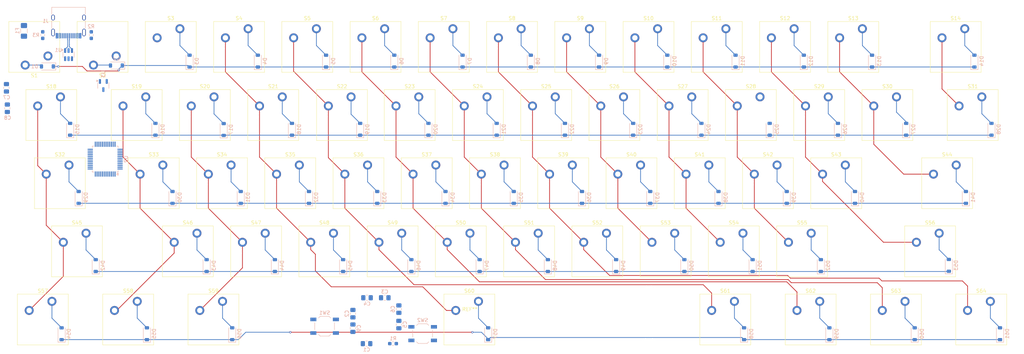
<source format=kicad_pcb>
(kicad_pcb (version 20240108) (generator "pcbnew") (generator_version "8.0")
  (layers (0 "F.Cu" signal) (31 "B.Cu" signal) (34 "B.Paste" user) (35 "F.Paste" user) (36 "B.SilkS" user "B.Silkscreen") (37 "F.SilkS" user "F.Silkscreen") (38 "B.Mask" user) (39 "F.Mask" user) (44 "Edge.Cuts" user))
  (net 0 "")
  (net 1 "+3.3V")
  (net 2 "GND")
  (net 3 "+5V")
  (net 4 "/NRST")
  (net 5 "A0")
  (net 6 "Net-(D1-A)")
  (net 7 "Net-(D2-A)")
  (net 8 "Net-(D3-A)")
  (net 9 "Net-(D4-A)")
  (net 10 "Net-(D5-A)")
  (net 11 "Net-(D6-A)")
  (net 12 "Net-(D7-A)")
  (net 13 "Net-(D8-A)")
  (net 14 "Net-(D9-A)")
  (net 15 "Net-(D10-A)")
  (net 16 "Net-(D11-A)")
  (net 17 "Net-(D12-A)")
  (net 18 "Net-(D13-A)")
  (net 19 "Net-(D14-A)")
  (net 20 "A1")
  (net 21 "Net-(D15-A)")
  (net 22 "Net-(D16-A)")
  (net 23 "Net-(D17-A)")
  (net 24 "Net-(D18-A)")
  (net 25 "Net-(D19-A)")
  (net 26 "Net-(D20-A)")
  (net 27 "Net-(D21-A)")
  (net 28 "Net-(D22-A)")
  (net 29 "Net-(D23-A)")
  (net 30 "Net-(D24-A)")
  (net 31 "Net-(D25-A)")
  (net 32 "Net-(D26-A)")
  (net 33 "Net-(D27-A)")
  (net 34 "Net-(D28-A)")
  (net 35 "A2")
  (net 36 "Net-(D29-A)")
  (net 37 "Net-(D30-A)")
  (net 38 "Net-(D31-A)")
  (net 39 "Net-(D32-A)")
  (net 40 "Net-(D33-A)")
  (net 41 "Net-(D34-A)")
  (net 42 "Net-(D35-A)")
  (net 43 "Net-(D36-A)")
  (net 44 "Net-(D37-A)")
  (net 45 "Net-(D38-A)")
  (net 46 "Net-(D39-A)")
  (net 47 "Net-(D40-A)")
  (net 48 "Net-(D41-A)")
  (net 49 "Net-(D42-A)")
  (net 50 "A3")
  (net 51 "Net-(D43-A)")
  (net 52 "Net-(D44-A)")
  (net 53 "Net-(D45-A)")
  (net 54 "Net-(D46-A)")
  (net 55 "Net-(D47-A)")
  (net 56 "Net-(D48-A)")
  (net 57 "Net-(D49-A)")
  (net 58 "Net-(D50-A)")
  (net 59 "Net-(D51-A)")
  (net 60 "Net-(D52-A)")
  (net 61 "Net-(D53-A)")
  (net 62 "A4")
  (net 63 "Net-(D54-A)")
  (net 64 "Net-(D55-A)")
  (net 65 "Net-(D56-A)")
  (net 66 "Net-(D57-A)")
  (net 67 "Net-(D58-A)")
  (net 68 "Net-(D59-A)")
  (net 69 "Net-(D60-A)")
  (net 70 "Net-(D61-A)")
  (net 71 "VBUS")
  (net 72 "Net-(J1-CC2)")
  (net 73 "D-")
  (net 74 "D+")
  (net 75 "Net-(J1-CC1)")
  (net 76 "BOOT0")
  (net 77 "B0")
  (net 78 "B1")
  (net 79 "B2")
  (net 80 "B3")
  (net 81 "B4")
  (net 82 "B5")
  (net 83 "B6")
  (net 84 "B7")
  (net 85 "B8")
  (net 86 "B9")
  (net 87 "B10")
  (net 88 "B11")
  (net 89 "B12")
  (net 90 "B13")
  (footprint "ScottoKeebs_MX:MX_PCB_2.00u" (layer "F.Cu") (at 332.89875 83.058)
    (property "Reference" "S14")
    (property "Value" "backspace")
  )
  (footprint "ScottoKeebs_MX:MX_PCB_1.00u" (layer "F.Cu") (at 280.51125 121.158)
    (property "Reference" "S42")
    (property "Value" ";")
  )
  (footprint "ScottoKeebs_MX:MX_PCB_1.00u" (layer "F.Cu") (at 175.73625 140.208)
    (property "Reference" "S49")
    (property "Value" "v")
  )
  (footprint "ScottoKeebs_MX:MX_PCB_1.00u" (layer "F.Cu") (at 166.21125 121.158)
    (property "Reference" "S36")
    (property "Value" "f")
  )
  (footprint "ScottoKeebs_MX:MX_PCB_1.00u" (layer "F.Cu") (at 228.12375 83.058)
    (property "Reference" "S9")
    (property "Value" "8")
  )
  (footprint "ScottoKeebs_MX:MX_PCB_1.00u" (layer "F.Cu") (at 299.56125 121.158)
    (property "Reference" "S43")
    (property "Value" "\"")
  )
  (footprint "ScottoKeebs_MX:MX_PCB_1.00u" (layer "F.Cu") (at 109.06125 121.158)
    (property "Reference" "S33")
    (property "Value" "a")
  )
  (footprint "ScottoKeebs_MX:MX_PCB_1.00u" (layer "F.Cu") (at 180.49875 102.108)
    (property "Reference" "S23")
    (property "Value" "t")
  )
  (footprint "ScottoKeebs_MX:MX_PCB_1.50u" (layer "F.Cu") (at 337.66125 102.108)
    (property "Reference" "S31")
    (property "Value" "\\")
  )
  (footprint "ScottoKeebs_MX:MX_PCB_1.00u" (layer "F.Cu") (at 142.39875 102.108)
    (property "Reference" "S21")
    (property "Value" "e")
  )
  (footprint "ScottoKeebs_MX:MX_PCB_2.25u" (layer "F.Cu") (at 87.63 140.208)
    (property "Reference" "S45")
    (property "Value" "Lshift")
  )
  (footprint "ScottoKeebs_MX:MX_PCB_1.00u" (layer "F.Cu") (at 123.34875 102.108)
    (property "Reference" "S20")
    (property "Value" "w")
  )
  (footprint "ScottoKeebs_MX:MX_PCB_1.00u" (layer "F.Cu") (at 194.78625 140.208)
    (property "Reference" "S50")
    (property "Value" "b")
  )
  (footprint "ScottoKeebs_MX:MX_PCB_1.25u" (layer "F.Cu") (at 340.0425 159.258)
    (property "Reference" "S64")
    (property "Value" "Rctrl")
  )
  (footprint "ScottoKeebs_MX:MX_PCB_6.25u" (layer "F.Cu") (at 197.1675 159.258)
    (property "Reference" "S60")
    (property "Value" "space")
  )
  (footprint "ScottoKeebs_MX:MX_PCB_1.00u" (layer "F.Cu") (at 232.88625 140.208)
    (property "Reference" "S52")
    (property "Value" "m")
  )
  (footprint "ScottoKeebs_MX:MX_PCB_1.00u" (layer "F.Cu") (at 294.79875 102.108)
    (property "Reference" "S29")
    (property "Value" "{")
  )
  (footprint "ScottoKeebs_MX:MX_PCB_1.25u" (layer "F.Cu") (at 78.105 159.258)
    (property "Reference" "S57")
    (property "Value" "Lctrl")
  )
  (footprint "ScottoKeebs_MX:MX_PCB_1.00u" (layer "F.Cu") (at 218.59875 102.108)
    (property "Reference" "S25")
    (property "Value" "u")
  )
  (footprint "ScottoKeebs_MX:MX_PCB_1.00u" (layer "F.Cu") (at 304.32375 83.058)
    (property "Reference" "S13")
    (property "Value" "=")
  )
  (footprint "ScottoKeebs_MX:MX_PCB_1.00u" (layer "F.Cu") (at 199.54875 102.108)
    (property "Reference" "S24")
    (property "Value" "y")
  )
  (footprint "ScottoKeebs_MX:MX_PCB_1.00u" (layer "F.Cu") (at 137.63625 140.208)
    (property "Reference" "S47")
    (property "Value" "x")
  )
  (footprint "ScottoKeebs_MX:MX_PCB_1.00u" (layer "F.Cu") (at 132.87375 83.058)
    (property "Reference" "S4")
    (property "Value" "3")
  )
  (footprint "ScottoKeebs_MX:MX_PCB_1.00u" (layer "F.Cu") (at 75.72375 83.058 180)
    (property "Reference" "S1")
    (property "Value" "Esc")
  )
  (footprint "ScottoKeebs_MX:MX_PCB_1.00u" (layer "F.Cu") (at 185.26125 121.158)
    (property "Reference" "S37")
    (property "Value" "g")
  )
  (footprint "ScottoKeebs_MX:MX_PCB_1.25u" (layer "F.Cu") (at 101.9175 159.258)
    (property "Reference" "S58")
    (property "Value" "Lsuper")
  )
  (footprint "ScottoKeebs_MX:MX_PCB_1.00u" (layer "F.Cu") (at 156.68625 140.208)
    (property "Reference" "S48")
    (property "Value" "c")
  )
  (footprint "ScottoKeebs_MX:MX_PCB_1.00u" (layer "F.Cu") (at 313.84875 102.108)
    (property "Reference" "S30")
    (property "Value" "}")
  )
  (footprint "ScottoKeebs_Stabilizer:Stabilizer_MX_6.25u" (layer "F.Cu") (at 197.2945 158.399)
    (property "Reference" "REF**")
    (property "Value" "Stabilizer_MX_6.25u")
  )
  (footprint "ScottoKeebs_MX:MX_PCB_1.00u" (layer "F.Cu") (at 275.74875 102.108)
    (property "Reference" "S28")
    (property "Value" "p")
  )
  (footprint "ScottoKeebs_MX:MX_PCB_1.00u" (layer "F.Cu") (at 237.64875 102.108)
    (property "Reference" "S26")
    (property "Value" "i")
  )
  (footprint "ScottoKeebs_MX:MX_PCB_1.25u" (layer "F.Cu") (at 125.73 159.258)
    (property "Reference" "S59")
    (property "Value" "Lalt")
  )
  (footprint "ScottoKeebs_MX:MX_PCB_1.00u" (layer "F.Cu") (at 223.36125 121.158)
    (property "Reference" "S39")
    (property "Value" "j")
  )
  (footprint "ScottoKeebs_MX:MX_PCB_1.00u" (layer "F.Cu") (at 209.07375 83.058)
    (property "Reference" "S8")
    (property "Value" "7")
  )
  (footprint "ScottoKeebs_MX:MX_PCB_1.00u" (layer "F.Cu") (at 104.29875 102.108)
    (property "Reference" "S19")
    (property "Value" "q")
  )
  (footprint "ScottoKeebs_MX:MX_PCB_1.00u" (layer "F.Cu") (at 113.82375 83.058)
    (property "Reference" "S3")
    (property "Value" "2")
  )
  (footprint "ScottoKeebs_MX:MX_PCB_1.00u" (layer "F.Cu") (at 204.31125 121.158)
    (property "Reference" "S38")
    (property "Value" "h")
  )
  (footprint "ScottoKeebs_MX:MX_PCB_1.00u" (layer "F.Cu") (at 261.46125 121.158)
    (property "Reference" "S41")
    (property "Value" "l")
  )
  (footprint "ScottoKeebs_MX:MX_PCB_1.00u" (layer "F.Cu") (at 247.17375 83.058)
    (property "Reference" "S10")
    (property "Value" "9")
  )
  (footprint "ScottoKeebs_MX:MX_PCB_1.25u" (layer "F.Cu") (at 292.4175 159.258)
    (property "Reference" "S62")
    (property "Value" "Rsuper")
  )
  (footprint "ScottoKeebs_MX:MX_PCB_1.00u" (layer "F.Cu") (at 151.92375 83.058)
    (property "Reference" "S5")
    (property "Value" "4")
  )
  (footprint "ScottoKeebs_MX:MX_PCB_1.00u" (layer "F.Cu") (at 285.27375 83.058)
    (property "Reference" "S12")
    (property "Value" "-")
  )
  (footprint "ScottoKeebs_MX:MX_PCB_1.00u" (layer "F.Cu") (at 251.93625 140.208)
    (property "Reference" "S53")
    (property "Value" ",")
  )
  (footprint "ScottoKeebs_MX:MX_PCB_1.00u" (layer "F.Cu") (at 270.98625 140.208)
    (property "Reference" "S54")
    (property "Value" ".")
  )
  (footprint "ScottoKeebs_MX:MX_PCB_1.25u" (layer "F.Cu") (at 316.23 159.258)
    (property "Reference" "S63")
    (property "Value" "Fn")
  )
  (footprint "ScottoKeebs_MX:MX_PCB_1.00u" (layer "F.Cu") (at 161.6075 102.108)
    (property "Reference" "S22")
    (property "Value" "r")
  )
  (footprint "ScottoKeebs_MX:MX_PCB_1.00u" (layer "F.Cu") (at 266.22375 83.058)
    (property "Reference" "S11")
    (property "Value" "0")
  )
  (footprint "ScottoKeebs_MX:MX_PCB_1.50u" (layer "F.Cu") (at 80.48625 102.108)
    (property "Reference" "S18")
    (property "Value" "tab")
  )
  (footprint "ScottoKeebs_MX:MX_PCB_1.75u" (layer "F.Cu") (at 82.8675 121.158)
    (property "Reference" "S32")
    (property "Value" "caps")
  )
  (footprint "ScottoKeebs_MX:MX_PCB_1.00u" (layer "F.Cu") (at 213.83625 140.208)
    (property "Reference" "S51")
    (property "Value" "n")
  )
  (footprint "ScottoKeebs_MX:MX_PCB_2.75u" (layer "F.Cu") (at 325.755 140.208)
    (property "Reference" "S56")
    (property "Value" "Rshift")
  )
  (footprint "ScottoKeebs_MX:MX_PCB_1.25u" (layer "F.Cu") (at 268.605 159.258)
    (property "Reference" "S61")
    (property "Value" "Ralt")
  )
  (footprint "ScottoKeebs_MX:MX_PCB_1.00u" (layer "F.Cu") (at 118.58625 140.208)
    (property "Reference" "S46")
    (property "Value" "z")
  )
  (footprint "ScottoKeebs_MX:MX_PCB_1.00u" (layer "F.Cu") (at 290.03625 140.208)
    (property "Reference" "S55")
    (property "Value" "/")
  )
  (footprint "ScottoKeebs_MX:MX_PCB_1.00u" (layer "F.Cu") (at 242.41125 121.158)
    (property "Reference" "S40")
    (property "Value" "k")
  )
  (footprint "ScottoKeebs_MX:MX_PCB_1.00u" (layer "F.Cu") (at 147.16125 121.158)
    (property "Reference" "S35")
    (property "Value" "d")
  )
  (footprint "ScottoKeebs_MX:MX_PCB_1.00u" (layer "F.Cu") (at 170.97375 83.058)
    (property "Reference" "S6")
    (property "Value" "5")
  )
  (footprint "ScottoKeebs_MX:MX_PCB_1.00u" (layer "F.Cu") (at 256.69875 102.108)
    (property "Reference" "S27")
    (property "Value" "o")
  )
  (footprint "ScottoKeebs_MX:MX_PCB_2.25u" (layer "F.Cu") (at 330.5175 121.158)
    (property "Reference" "S44")
    (property "Value" "enter")
  )
  (footprint "ScottoKeebs_MX:MX_PCB_1.00u" (layer "F.Cu") (at 190.02375 83.058)
    (property "Reference" "S7")
    (property "Value" "6")
  )
  (footprint "ScottoKeebs_MX:MX_PCB_1.00u" (layer "F.Cu") (at 94.77375 83.058 180)
    (property "Reference" "S2")
    (property "Value" "1")
  )
  (footprint "ScottoKeebs_MX:MX_PCB_1.00u" (layer "F.Cu") (at 128.11125 121.158)
    (property "Reference" "S34")
    (property "Value" "s")
  )
  (footprint "Resistor_SMD:R_0603_1608Metric_Pad0.98x0.95mm_HandSolder" (layer "B.Cu") (at 78.075 79.756 -90)
    (property "Reference" "R3")
    (property "Value" "5k1")
  )
  (footprint "Diode_SMD:D_SOD-123" (layer "B.Cu") (at 319.0875 106.07675 90)
    (property "Reference" "D27")
    (property "Value" "Diode")
  )
  (footprint "Capacitor_SMD:C_0805_2012Metric_Pad1.18x1.45mm_HandSolder" (layer "B.Cu") (at 177.4825 156.347 -90)
    (property "Reference" "C6")
    (property "Value" "10u")
  )
  (footprint "Diode_SMD:D_SOD-123" (layer "B.Cu") (at 285.75 125.12675 90)
    (property "Reference" "D39")
    (property "Value" "Diode")
  )
  (footprint "Diode_SMD:D_SOD-123" (layer "B.Cu") (at 261.9375 106.07675 90)
    (property "Reference" "D24")
    (property "Value" "Diode")
  )
  (footprint "Diode_SMD:D_SOD-123" (layer "B.Cu") (at 233.3625 87.02675 90)
    (property "Reference" "D9")
    (property "Value" "Diode")
  )
  (footprint "Diode_SMD:D_SOD-123" (layer "B.Cu") (at 297.65625 163.22675 90)
    (property "Reference" "D59")
    (property "Value" "Diode")
  )
  (footprint "Diode_SMD:D_SOD-123" (layer "B.Cu") (at 92.86875 144.17675 90)
    (property "Reference" "D42")
    (property "Value" "Diode")
  )
  (footprint "Diode_SMD:D_SOD-123" (layer "B.Cu") (at 200.025 144.17675 90)
    (property "Reference" "D47")
    (property "Value" "Diode")
  )
  (footprint "Diode_SMD:D_SOD-123" (layer "B.Cu") (at 280.9875 106.07675 90)
    (property "Reference" "D25")
    (property "Value" "Diode")
  )
  (footprint "Diode_SMD:D_SOD-123" (layer "B.Cu") (at 161.925 144.17675 90)
    (property "Reference" "D45")
    (property "Value" "Diode")
  )
  (footprint "Diode_SMD:D_SOD-123" (layer "B.Cu") (at 176.2125 87.02675 90)
    (property "Reference" "D6")
    (property "Value" "Diode")
  )
  (footprint "Diode_SMD:D_SOD-123" (layer "B.Cu") (at 223.8375 106.07675 90)
    (property "Reference" "D22")
    (property "Value" "Diode")
  )
  (footprint "Diode_SMD:D_SOD-123" (layer "B.Cu") (at 202.40625 163.22675 90)
    (property "Reference" "D57")
    (property "Value" "Diode")
  )
  (footprint "Capacitor_SMD:C_0805_2012Metric_Pad1.18x1.45mm_HandSolder" (layer "B.Cu") (at 168.5925 153.172)
    (property "Reference" "C4")
    (property "Value" "100n")
  )
  (footprint "Diode_SMD:D_SOD-123" (layer "B.Cu") (at 204.7875 106.07675 90)
    (property "Reference" "D21")
    (property "Value" "Diode")
  )
  (footprint "Diode_SMD:D_SOD-123" (layer "B.Cu") (at 242.8875 106.07675 90)
    (property "Reference" "D23")
    (property "Value" "Diode")
  )
  (footprint "Resistor_SMD:R_0603_1608Metric_Pad0.98x0.95mm_HandSolder" (layer "B.Cu") (at 91.6305 79.756 -90)
    (property "Reference" "R2")
    (property "Value" "5k1")
  )
  (footprint "Diode_SMD:D_SOD-123" (layer "B.Cu") (at 152.4 125.12675 90)
    (property "Reference" "D32")
    (property "Value" "Diode")
  )
  (footprint "Diode_SMD:D_SOD-123" (layer "B.Cu") (at 214.3125 87.02675 90)
    (property "Reference" "D8")
    (property "Value" "Diode")
  )
  (footprint "Diode_SMD:D_SOD-123" (layer "B.Cu") (at 88.10625 125.12675 90)
    (property "Reference" "D29")
    (property "Value" "Diode")
  )
  (footprint "Diode_SMD:D_SOD-123" (layer "B.Cu") (at 133.35 125.12675 90)
    (property "Reference" "D31")
    (property "Value" "Diode")
  )
  (footprint "Package_QFP:LQFP-48_7x7mm_P0.5mm" (layer "B.Cu") (at 95.504 114.427 90)
    (property "Reference" "U2")
    (property "Value" "STM32F072CBTx")
  )
  (footprint "Capacitor_SMD:C_0805_2012Metric_Pad1.18x1.45mm_HandSolder" (layer "B.Cu") (at 67.945 94.488 -90)
    (property "Reference" "C7")
    (property "Value" "1u")
  )
  (footprint "Diode_SMD:D_SOD-123" (layer "B.Cu") (at 321.46875 163.22675 90)
    (property "Reference" "D60")
    (property "Value" "Diode")
  )
  (footprint "Diode_SMD:D_SOD-123" (layer "B.Cu") (at 309.5625 87.02675 90)
    (property "Reference" "D13")
    (property "Value" "Diode")
  )
  (footprint "Package_TO_SOT_SMD:SOT-23-3" (layer "B.Cu") (at 94.996 93.853 -90)
    (property "Reference" "U3")
    (property "Value" "XC6206PxxxMR")
  )
  (footprint "Diode_SMD:D_SOD-123" (layer "B.Cu") (at 171.45 125.12675 90)
    (property "Reference" "D33")
    (property "Value" "Diode")
  )
  (footprint "Diode_SMD:D_SOD-123" (layer "B.Cu") (at 342.9 106.07675 90)
    (property "Reference" "D28")
    (property "Value" "Diode")
  )
  (footprint "Diode_SMD:D_SOD-123" (layer "B.Cu") (at 195.2625 87.02675 90)
    (property "Reference" "D7")
    (property "Value" "Diode")
  )
  (footprint "Diode_SMD:D_SOD-123" (layer "B.Cu") (at 130.96875 163.22675 90)
    (property "Reference" "D56")
    (property "Value" "Diode")
  )
  (footprint "Diode_SMD:D_SOD-123" (layer "B.Cu") (at 98.6375 88.265 180)
    (property "Reference" "D2")
    (property "Value" "Diode")
  )
  (footprint "Diode_SMD:D_SOD-123" (layer "B.Cu") (at 276.225 144.17675 90)
    (property "Reference" "D51")
    (property "Value" "Diode")
  )
  (footprint "Connector_USB:USB_C_Receptacle_HRO_TYPE-C-31-M-12" (layer "B.Cu") (at 85.2825 75.894)
    (property "Reference" "J1")
    (property "Value" "USB_C_Receptacle_USB2.0_14P")
  )
  (footprint "Diode_SMD:D_SOD-123" (layer "B.Cu") (at 109.5375 106.07675 90)
    (property "Reference" "D16")
    (property "Value" "Diode")
  )
  (footprint "Diode_SMD:D_SOD-123" (layer "B.Cu") (at 345.28125 163.22675 90)
    (property "Reference" "D61")
    (property "Value" "Diode")
  )
  (footprint "Diode_SMD:D_SOD-123" (layer "B.Cu") (at 157.1625 87.02675 90)
    (property "Reference" "D5")
    (property "Value" "Diode")
  )
  (footprint "Button_Switch_SMD:SW_SPST_TL3342" (layer "B.Cu") (at 184.125 163.2 180)
    (property "Reference" "SW2")
    (property "Value" "SW_Push")
  )
  (footprint "Diode_SMD:D_SOD-123" (layer "B.Cu") (at 79.376 88.519 180)
    (property "Reference" "D1")
    (property "Value" "Diode")
  )
  (footprint "Diode_SMD:D_SOD-123" (layer "B.Cu") (at 304.8 125.12675 90)
    (property "Reference" "D40")
    (property "Value" "Diode")
  )
  (footprint "Diode_SMD:D_SOD-123" (layer "B.Cu") (at 83.34375 163.22675 90)
    (property "Reference" "D54")
    (property "Value" "Diode")
  )
  (footprint "Button_Switch_SMD:SW_SPST_TL3342" (layer "B.Cu") (at 156.7565 161.13125 180)
    (property "Reference" "SW1")
    (property "Value" "SW_Push")
  )
  (footprint "Package_TO_SOT_SMD:SOT-23-6" (layer "B.Cu") (at 85.283 85.2115 -90)
    (property "Reference" "U1")
    (property "Value" "USBLC6-2SC6")
  )
  (footprint "Diode_SMD:D_SOD-123" (layer "B.Cu") (at 335.75625 125.12675 90)
    (property "Reference" "D41")
    (property "Value" "Diode")
  )
  (footprint "Diode_SMD:D_SOD-123" (layer "B.Cu") (at 114.3 125.12675 90)
    (property "Reference" "D30")
    (property "Value" "Diode")
  )
  (footprint "Diode_SMD:D_SOD-123" (layer "B.Cu") (at 300.0375 106.07675 90)
    (property "Reference" "D26")
    (property "Value" "Diode")
  )
  (footprint "Diode_SMD:D_SOD-123" (layer "B.Cu") (at 147.6375 106.07675 90)
    (property "Reference" "D18")
    (property "Value" "Diode")
  )
  (footprint "Fuse:Fuse_1206_3216Metric_Pad1.42x1.75mm_HandSolder" (layer "B.Cu") (at 72.8345 78.5765 -90)
    (property "Reference" "F1")
    (property "Value" "500mA")
  )
  (footprint "Capacitor_SMD:C_0805_2012Metric_Pad1.18x1.45mm_HandSolder" (layer "B.Cu") (at 68.199 100.203 -90)
    (property "Reference" "C8")
    (property "Value" "1u")
  )
  (footprint "Diode_SMD:D_SOD-123" (layer "B.Cu") (at 257.175 144.17675 90)
    (property "Reference" "D50")
    (property "Value" "Diode")
  )
  (footprint "Diode_SMD:D_SOD-123" (layer "B.Cu") (at 119.0625 87.02675 90)
    (property "Reference" "D3")
    (property "Value" "Diode")
  )
  (footprint "Diode_SMD:D_SOD-123" (layer "B.Cu") (at 238.125 144.17675 90)
    (property "Reference" "D49")
    (property "Value" "Diode")
  )
  (footprint "Diode_SMD:D_SOD-123" (layer "B.Cu") (at 247.65 125.12675 90)
    (property "Reference" "D37")
    (property "Value" "Diode")
  )
  (footprint "Diode_SMD:D_SOD-123" (layer "B.Cu") (at 190.5 125.12675 90)
    (property "Reference" "D34")
    (property "Value" "Diode")
  )
  (footprint "Diode_SMD:D_SOD-123" (layer "B.Cu") (at 128.5875 106.13925 90)
    (property "Reference" "D17")
    (property "Value" "Diode")
  )
  (footprint "Diode_SMD:D_SOD-123" (layer "B.Cu") (at 252.4125 87.02675 90)
    (property "Reference" "D10")
    (property "Value" "Diode")
  )
  (footprint "Diode_SMD:D_SOD-123" (layer "B.Cu") (at 185.7375 106.07675 90)
    (property "Reference" "D20")
    (property "Value" "Diode")
  )
  (footprint "Diode_SMD:D_SOD-123" (layer "B.Cu") (at 271.4625 87.02675 90)
    (property "Reference" "D11")
    (property "Value" "Diode")
  )
  (footprint "Diode_SMD:D_SOD-123" (layer "B.Cu") (at 228.6 125.12675 90)
    (property "Reference" "D36")
    (property "Value" "Diode")
  )
  (footprint "Diode_SMD:D_SOD-123" (layer "B.Cu") (at 166.6875 106.07675 90)
    (property "Reference" "D19")
    (property "Value" "Diode")
  )
  (footprint "Diode_SMD:D_SOD-123" (layer "B.Cu") (at 180.975 144.17675 90)
    (property "Reference" "D46")
    (property "Value" "Diode")
  )
  (footprint "Resistor_SMD:R_0603_1608Metric_Pad0.98x0.95mm_HandSolder" (layer "B.Cu") (at 175.855 165.989 180)
    (property "Reference" "R1")
    (property "Value" "10k")
  )
  (footprint "Capacitor_SMD:C_0805_2012Metric_Pad1.18x1.45mm_HandSolder" (layer "B.Cu") (at 168.4655 165.999)
    (property "Reference" "C1")
    (property "Value" "100n")
  )
  (footprint "Diode_SMD:D_SOD-123" (layer "B.Cu") (at 338.1375 87.02675 90)
    (property "Reference" "D14")
    (property "Value" "Diode")
  )
  (footprint "Diode_SMD:D_SOD-123" (layer "B.Cu") (at 107.15625 163.22675 90)
    (property "Reference" "D55")
    (property "Value" "Diode")
  )
  (footprint "Diode_SMD:D_SOD-123" (layer "B.Cu") (at 85.725 106.07675 90)
    (property "Reference" "D15")
    (property "Value" "Diode")
  )
  (footprint "Diode_SMD:D_SOD-123" (layer "B.Cu") (at 142.875 144.17675 90)
    (property "Reference" "D44")
    (property "Value" "Diode")
  )
  (footprint "Diode_SMD:D_SOD-123" (layer "B.Cu") (at 209.55 125.12675 90)
    (property "Reference" "D35")
    (property "Value" "Diode")
  )
  (footprint "Diode_SMD:D_SOD-123" (layer "B.Cu") (at 273.84375 163.22675 90)
    (property "Reference" "D58")
    (property "Value" "Diode")
  )
  (footprint "Capacitor_SMD:C_0805_2012Metric_Pad1.18x1.45mm_HandSolder" (layer "B.Cu") (at 164.6555 161.681 90)
    (property "Reference" "C9")
    (property "Value" "100n")
  )
  (footprint "Capacitor_SMD:C_0805_2012Metric_Pad1.18x1.45mm_HandSolder" (layer "B.Cu") (at 164.6555 157.617 -90)
    (property "Reference" "C2")
    (property "Value" "100n")
  )
  (footprint "Diode_SMD:D_SOD-123" (layer "B.Cu") (at 290.5125 87.02675 90)
    (property "Reference" "D12")
    (property "Value" "Diode")
  )
  (footprint "Diode_SMD:D_SOD-123" (layer "B.Cu") (at 123.825 144.17675 90)
    (property "Reference" "D43")
    (property "Value" "Diode")
  )
  (footprint "Diode_SMD:D_SOD-123" (layer "B.Cu") (at 295.275 144.17675 90)
    (property "Reference" "D52")
    (property "Value" "Diode")
  )
  (footprint "Diode_SMD:D_SOD-123" (layer "B.Cu") (at 330.99375 144.11425 90)
    (property "Reference" "D53")
    (property "Value" "Diode")
  )
  (footprint "Diode_SMD:D_SOD-123" (layer "B.Cu") (at 138.1125 87.02675 90)
    (property "Reference" "D4")
    (property "Value" "Diode")
  )
  (footprint "Capacitor_SMD:C_0805_2012Metric_Pad1.18x1.45mm_HandSolder" (layer "B.Cu") (at 177.4825 160.665 90)
    (property "Reference" "C5")
    (property "Value" "100n")
  )
  (footprint "Diode_SMD:D_SOD-123" (layer "B.Cu") (at 266.7 125.12675 90)
    (property "Reference" "D38")
    (property "Value" "Diode")
  )
  (footprint "Capacitor_SMD:C_0805_2012Metric_Pad1.18x1.45mm_HandSolder" (layer "B.Cu") (at 173.5455 153.172 180)
    (property "Reference" "C3")
    (property "Value" "100n")
  )
  (footprint "Diode_SMD:D_SOD-123" (layer "B.Cu") (at 219.075 144.17675 90)
    (property "Reference" "D48")
    (property "Value" "Diode")
  )
  (segment (start 99.06 89.789) (end 99.314 89.535) (width 0.2) (layer "F.Cu") (net 5))
  (segment (start 89.154 88.519) (end 90.424 89.789) (width 0.2) (layer "F.Cu") (net 5))
  (segment (start 82.423 88.519) (end 89.154 88.519) (width 0.2) (layer "F.Cu") (net 5))
  (segment (start 90.424 89.789) (end 99.06 89.789) (width 0.2) (layer "F.Cu") (net 5))
  (via (at 82.423 88.519) (size 0.6) (drill 0.3) (layers "F.Cu" "B.Cu") (net 5))
  (via (at 99.314 89.535) (size 0.6) (drill 0.3) (layers "F.Cu" "B.Cu") (net 5))
  (segment (start 81.026 88.519) (end 82.423 88.519) (width 0.2) (layer "B.Cu") (net 5))
  (segment (start 271.4625 88.67675) (end 290.5125 88.67675) (width 0.2) (layer "B.Cu") (net 5))
  (segment (start 290.5125 88.67675) (end 309.5625 88.67675) (width 0.2) (layer "B.Cu") (net 5))
  (segment (start 100.2875 88.265) (end 118.65075 88.265) (width 0.2) (layer "B.Cu") (net 5))
  (segment (start 99.314 89.2385) (end 100.2875 88.265) (width 0.2) (layer "B.Cu") (net 5))
  (segment (start 138.1125 88.67675) (end 157.1625 88.67675) (width 0.2) (layer "B.Cu") (net 5))
  (segment (start 118.65075 88.265) (end 119.0625 88.67675) (width 0.2) (layer "B.Cu") (net 5))
  (segment (start 119.0625 88.67675) (end 138.1125 88.67675) (width 0.2) (layer "B.Cu") (net 5))
  (segment (start 157.1625 88.67675) (end 176.2125 88.67675) (width 0.2) (layer "B.Cu") (net 5))
  (segment (start 214.3125 88.67675) (end 233.3625 88.67675) (width 0.2) (layer "B.Cu") (net 5))
  (segment (start 233.3625 88.67675) (end 252.4125 88.67675) (width 0.2) (layer "B.Cu") (net 5))
  (segment (start 176.2125 88.67675) (end 195.2625 88.67675) (width 0.2) (layer "B.Cu") (net 5))
  (segment (start 252.4125 88.67675) (end 271.4625 88.67675) (width 0.2) (layer "B.Cu") (net 5))
  (segment (start 309.5625 88.67675) (end 338.1375 88.67675) (width 0.2) (layer "B.Cu") (net 5))
  (segment (start 195.2625 88.67675) (end 214.3125 88.67675) (width 0.2) (layer "B.Cu") (net 5))
  (segment (start 99.314 89.535) (end 99.314 89.2385) (width 0.2) (layer "B.Cu") (net 5))
  (segment (start 73.18375 88.138) (end 77.345 88.138) (width 0.2) (layer "B.Cu") (net 6))
  (segment (start 77.345 88.138) (end 77.726 88.519) (width 0.2) (layer "B.Cu") (net 6))
  (segment (start 96.8605 88.138) (end 96.9875 88.265) (width 0.2) (layer "B.Cu") (net 7))
  (segment (start 92.23375 88.138) (end 96.8605 88.138) (width 0.2) (layer "B.Cu") (net 7))
  (segment (start 116.36375 77.978) (end 116.36375 82.678) (width 0.2) (layer "B.Cu") (net 8))
  (segment (start 116.36375 82.678) (end 119.0625 85.37675) (width 0.2) (layer "B.Cu") (net 8))
  (segment (start 135.41375 82.678) (end 138.1125 85.37675) (width 0.2) (layer "B.Cu") (net 9))
  (segment (start 135.41375 77.978) (end 135.41375 82.678) (width 0.2) (layer "B.Cu") (net 9))
  (segment (start 154.46375 77.978) (end 154.46375 82.678) (width 0.2) (layer "B.Cu") (net 10))
  (segment (start 154.46375 82.678) (end 157.1625 85.37675) (width 0.2) (layer "B.Cu") (net 10))
  (segment (start 173.51375 77.978) (end 173.51375 82.678) (width 0.2) (layer "B.Cu") (net 11))
  (segment (start 173.51375 82.678) (end 176.2125 85.37675) (width 0.2) (layer "B.Cu") (net 11))
  (segment (start 192.56375 82.678) (end 195.2625 85.37675) (width 0.2) (layer "B.Cu") (net 12))
  (segment (start 192.56375 77.978) (end 192.56375 82.678) (width 0.2) (layer "B.Cu") (net 12))
  (segment (start 211.61375 77.978) (end 211.61375 82.678) (width 0.2) (layer "B.Cu") (net 13))
  (segment (start 211.61375 82.678) (end 214.3125 85.37675) (width 0.2) (layer "B.Cu") (net 13))
  (segment (start 230.66375 77.978) (end 230.66375 82.678) (width 0.2) (layer "B.Cu") (net 14))
  (segment (start 230.66375 82.678) (end 233.3625 85.37675) (width 0.2) (layer "B.Cu") (net 14))
  (segment (start 249.71375 77.978) (end 249.71375 82.678) (width 0.2) (layer "B.Cu") (net 15))
  (segment (start 249.71375 82.678) (end 252.4125 85.37675) (width 0.2) (layer "B.Cu") (net 15))
  (segment (start 268.76375 77.978) (end 268.76375 82.678) (width 0.2) (layer "B.Cu") (net 16))
  (segment (start 268.76375 82.678) (end 271.4625 85.37675) (width 0.2) (layer "B.Cu") (net 16))
  (segment (start 287.81375 82.678) (end 290.5125 85.37675) (width 0.2) (layer "B.Cu") (net 17))
  (segment (start 287.81375 77.978) (end 287.81375 82.678) (width 0.2) (layer "B.Cu") (net 17))
  (segment (start 306.86375 82.678) (end 309.5625 85.37675) (width 0.2) (layer "B.Cu") (net 18))
  (segment (start 306.86375 77.978) (end 306.86375 82.678) (width 0.2) (layer "B.Cu") (net 18))
  (segment (start 335.43875 82.678) (end 338.1375 85.37675) (width 0.2) (layer "B.Cu") (net 19))
  (segment (start 335.43875 77.978) (end 335.43875 82.678) (width 0.2) (layer "B.Cu") (net 19))
  (segment (start 185.7375 107.72675) (end 204.7875 107.72675) (width 0.2) (layer "B.Cu") (net 20))
  (segment (start 242.8875 107.72675) (end 261.9375 107.72675) (width 0.2) (layer "B.Cu") (net 20))
  (segment (start 223.8375 107.72675) (end 242.8875 107.72675) (width 0.2) (layer "B.Cu") (net 20))
  (segment (start 128.525 107.72675) (end 128.5875 107.78925) (width 0.2) (layer "B.Cu") (net 20))
  (segment (start 300.0375 107.72675) (end 319.0875 107.72675) (width 0.2) (layer "B.Cu") (net 20))
  (segment (start 261.9375 107.72675) (end 280.9875 107.72675) (width 0.2) (layer "B.Cu") (net 20))
  (segment (start 166.6875 107.72675) (end 185.7375 107.72675) (width 0.2) (layer "B.Cu") (net 20))
  (segment (start 280.9875 107.72675) (end 300.0375 107.72675) (width 0.2) (layer "B.Cu") (net 20))
  (segment (start 319.0875 107.72675) (end 342.9 107.72675) (width 0.2) (layer "B.Cu") (net 20))
  (segment (start 147.6375 107.72675) (end 166.6875 107.72675) (width 0.2) (layer "B.Cu") (net 20))
  (segment (start 85.725 107.72675) (end 109.5375 107.72675) (width 0.2) (layer "B.Cu") (net 20))
  (segment (start 128.5875 107.78925) (end 128.74425 107.78925) (width 0.2) (layer "B.Cu") (net 20))
  (segment (start 128.80675 107.72675) (end 147.6375 107.72675) (width 0.2) (layer "B.Cu") (net 20))
  (segment (start 204.7875 107.72675) (end 223.8375 107.72675) (width 0.2) (layer "B.Cu") (net 20))
  (segment (start 128.74425 107.78925) (end 128.80675 107.72675) (width 0.2) (layer "B.Cu") (net 20))
  (segment (start 109.5375 107.72675) (end 128.525 107.72675) (width 0.2) (layer "B.Cu") (net 20))
  (segment (start 83.02625 97.028) (end 83.02625 101.728) (width 0.2) (layer "B.Cu") (net 21))
  (segment (start 83.02625 101.728) (end 85.725 104.42675) (width 0.2) (layer "B.Cu") (net 21))
  (segment (start 106.83875 101.728) (end 109.5375 104.42675) (width 0.2) (layer "B.Cu") (net 22))
  (segment (start 106.83875 97.028) (end 106.83875 101.728) (width 0.2) (layer "B.Cu") (net 22))
  (segment (start 125.88875 97.028) (end 125.88875 101.7905) (width 0.2) (layer "B.Cu") (net 23))
  (segment (start 125.88875 101.7905) (end 128.5875 104.48925) (width 0.2) (layer "B.Cu") (net 23))
  (segment (start 144.93875 97.028) (end 144.93875 101.728) (width 0.2) (layer "B.Cu") (net 24))
  (segment (start 144.93875 101.728) (end 147.6375 104.42675) (width 0.2) (layer "B.Cu") (net 24))
  (segment (start 164.1475 101.88675) (end 166.6875 104.42675) (width 0.2) (layer "B.Cu") (net 25))
  (segment (start 164.1475 97.028) (end 164.1475 101.88675) (width 0.2) (layer "B.Cu") (net 25))
  (segment (start 183.03875 97.028) (end 183.03875 101.728) (width 0.2) (layer "B.Cu") (net 26))
  (segment (start 183.03875 101.728) (end 185.7375 104.42675) (width 0.2) (layer "B.Cu") (net 26))
  (segment (start 202.08875 97.028) (end 202.08875 101.728) (width 0.2) (layer "B.Cu") (net 27))
  (segment (start 202.08875 101.728) (end 204.7875 104.42675) (width 0.2) (layer "B.Cu") (net 27))
  (segment (start 221.13875 101.728) (end 223.8375 104.42675) (width 0.2) (layer "B.Cu") (net 28))
  (segment (start 221.13875 97.028) (end 221.13875 101.728) (width 0.2) (layer "B.Cu") (net 28))
  (segment (start 240.18875 101.728) (end 242.8875 104.42675) (width 0.2) (layer "B.Cu") (net 29))
  (segment (start 240.18875 97.028) (end 240.18875 101.728) (width 0.2) (layer "B.Cu") (net 29))
  (segment (start 259.23875 97.028) (end 259.23875 101.728) (width 0.2) (layer "B.Cu") (net 30))
  (segment (start 259.23875 101.728) (end 261.9375 104.42675) (width 0.2) (layer "B.Cu") (net 30))
  (segment (start 297.33875 101.728) (end 300.0375 104.42675) (width 0.2) (layer "B.Cu") (net 32))
  (segment (start 297.33875 97.028) (end 297.33875 101.728) (width 0.2) (layer "B.Cu") (net 32))
  (segment (start 316.38875 97.028) (end 316.38875 101.300412) (width 0.2) (layer "B.Cu") (net 33))
  (segment (start 319.0875 103.999162) (end 319.0875 104.42675) (width 0.2) (layer "B.Cu") (net 33))
  (segment (start 316.38875 101.300412) (end 319.0875 103.999162) (width 0.2) (layer "B.Cu") (net 33))
  (segment (start 340.20125 101.728) (end 342.9 104.42675) (width 0.2) (layer "B.Cu") (net 34))
  (segment (start 340.20125 97.028) (end 340.20125 101.728) (width 0.2) (layer "B.Cu") (net 34))
  (segment (start 247.65 126.77675) (end 266.7 126.77675) (width 0.2) (layer "B.Cu") (net 35))
  (segment (start 171.45 126.77675) (end 190.5 126.77675) (width 0.2) (layer "B.Cu") (net 35))
  (segment (start 266.7 126.77675) (end 285.75 126.77675) (width 0.2) (layer "B.Cu") (net 35))
  (segment (start 285.75 126.77675) (end 304.8 126.77675) (width 0.2) (layer "B.Cu") (net 35))
  (segment (start 304.8 126.77675) (end 335.75625 126.77675) (width 0.2) (layer "B.Cu") (net 35))
  (segment (start 88.10625 126.77675) (end 114.3 126.77675) (width 0.2) (layer "B.Cu") (net 35))
  (segment (start 152.4 126.77675) (end 171.45 126.77675) (width 0.2) (layer "B.Cu") (net 35))
  (segment (start 190.5 126.77675) (end 209.55 126.77675) (width 0.2) (layer "B.Cu") (net 35))
  (segment (start 209.55 126.77675) (end 228.6 126.77675) (width 0.2) (layer "B.Cu") (net 35))
  (segment (start 133.35 126.77675) (end 152.4 126.77675) (width 0.2) (layer "B.Cu") (net 35))
  (segment (start 228.6 126.77675) (end 247.65 126.77675) (width 0.2) (layer "B.Cu") (net 35))
  (segment (start 114.3 126.77675) (end 133.35 126.77675) (width 0.2) (layer "B.Cu") (net 35))
  (segment (start 85.4075 116.078) (end 85.4075 120.778) (width 0.2) (layer "B.Cu") (net 36))
  (segment (start 85.4075 120.778) (end 88.10625 123.47675) (width 0.2) (layer "B.Cu") (net 36))
  (segment (start 111.60125 116.078) (end 111.60125 120.778) (width 0.2) (layer "B.Cu") (net 37))
  (segment (start 111.60125 120.778) (end 114.3 123.47675) (width 0.2) (layer "B.Cu") (net 37))
  (segment (start 130.65125 120.778) (end 133.35 123.47675) (width 0.2) (layer "B.Cu") (net 38))
  (segment (start 130.65125 116.078) (end 130.65125 120.778) (width 0.2) (layer "B.Cu") (net 38))
  (segment (start 149.70125 116.078) (end 149.70125 120.778) (width 0.2) (layer "B.Cu") (net 39))
  (segment (start 149.70125 120.778) (end 152.4 123.47675) (width 0.2) (layer "B.Cu") (net 39))
  (segment (start 168.75125 116.078) (end 168.75125 120.778) (width 0.2) (layer "B.Cu") (net 40))
  (segment (start 168.75125 120.778) (end 171.45 123.47675) (width 0.2) (layer "B.Cu") (net 40))
  (segment (start 187.80125 116.078) (end 187.80125 120.778) (width 0.2) (layer "B.Cu") (net 41))
  (segment (start 187.80125 120.778) (end 190.5 123.47675) (width 0.2) (layer "B.Cu") (net 41))
  (segment (start 206.85125 120.778) (end 209.55 123.47675) (width 0.2) (layer "B.Cu") (net 42))
  (segment (start 206.85125 116.078) (end 206.85125 120.778) (width 0.2) (layer "B.Cu") (net 42))
  (segment (start 225.90125 116.078) (end 225.90125 120.778) (width 0.2) (layer "B.Cu") (net 43))
  (segment (start 225.90125 120.778) (end 228.6 123.47675) (width 0.2) (layer "B.Cu") (net 43))
  (segment (start 244.95125 120.778) (end 247.65 123.47675) (width 0.2) (layer "B.Cu") (net 44))
  (segment (start 244.95125 116.078) (end 244.95125 120.778) (width 0.2) (layer "B.Cu") (net 44))
  (segment (start 264.00125 116.078) (end 264.00125 120.778) (width 0.2) (layer "B.Cu") (net 45))
  (segment (start 264.00125 120.778) (end 266.7 123.47675) (width 0.2) (layer "B.Cu") (net 45))
  (segment (start 283.05125 120.778) (end 285.75 123.47675) (width 0.2) (layer "B.Cu") (net 46))
  (segment (start 283.05125 116.078) (end 283.05125 120.778) (width 0.2) (layer "B.Cu") (net 46))
  (segment (start 302.10125 120.778) (end 304.8 123.47675) (width 0.2) (layer "B.Cu") (net 47))
  (segment (start 302.10125 116.078) (end 302.10125 120.778) (width 0.2) (layer "B.Cu") (net 47))
  (segment (start 333.0575 120.778) (end 335.75625 123.47675) (width 0.2) (layer "B.Cu") (net 48))
  (segment (start 333.0575 116.078) (end 333.0575 120.778) (width 0.2) (layer "B.Cu") (net 48))
  (segment (start 90.17 135.128) (end 90.17 139.828) (width 0.2) (layer "B.Cu") (net 49))
  (segment (start 90.17 139.828) (end 92.86875 142.52675) (width 0.2) (layer "B.Cu") (net 49))
  (segment (start 142.875 145.82675) (end 161.925 145.82675) (width 0.2) (layer "B.Cu") (net 50))
  (segment (start 161.925 145.82675) (end 180.975 145.82675) (width 0.2) (layer "B.Cu") (net 50))
  (segment (start 180.975 145.82675) (end 200.025 145.82675) (width 0.2) (layer "B.Cu") (net 50))
  (segment (start 330.93125 145.82675) (end 330.99375 145.76425) (width 0.2) (layer "B.Cu") (net 50))
  (segment (start 200.025 145.82675) (end 219.075 145.82675) (width 0.2) (layer "B.Cu") (net 50))
  (segment (start 257.175 145.82675) (end 276.225 145.82675) (width 0.2) (layer "B.Cu") (net 50))
  (segment (start 238.125 145.82675) (end 257.175 145.82675) (width 0.2) (layer "B.Cu") (net 50))
  (segment (start 219.075 145.82675) (end 238.125 145.82675) (width 0.2) (layer "B.Cu") (net 50))
  (segment (start 276.225 145.82675) (end 295.275 145.82675) (width 0.2) (layer "B.Cu") (net 50))
  (segment (start 295.275 145.82675) (end 330.93125 145.82675) (width 0.2) (layer "B.Cu") (net 50))
  (segment (start 123.825 145.82675) (end 142.875 145.82675) (width 0.2) (layer "B.Cu") (net 50))
  (segment (start 92.86875 145.82675) (end 123.825 145.82675) (width 0.2) (layer "B.Cu") (net 50))
  (segment (start 121.12625 139.828) (end 123.825 142.52675) (width 0.2) (layer "B.Cu") (net 51))
  (segment (start 121.12625 135.128) (end 121.12625 139.828) (width 0.2) (layer "B.Cu") (net 51))
  (segment (start 140.17625 135.128) (end 140.17625 139.828) (width 0.2) (layer "B.Cu") (net 52))
  (segment (start 140.17625 139.828) (end 142.875 142.52675) (width 0.2) (layer "B.Cu") (net 52))
  (segment (start 159.22625 139.828) (end 161.925 142.52675) (width 0.2) (layer "B.Cu") (net 53))
  (segment (start 159.22625 135.128) (end 159.22625 139.828) (width 0.2) (layer "B.Cu") (net 53))
  (segment (start 178.27625 139.828) (end 180.975 142.52675) (width 0.2) (layer "B.Cu") (net 54))
  (segment (start 178.27625 135.128) (end 178.27625 139.828) (width 0.2) (layer "B.Cu") (net 54))
  (segment (start 197.32625 135.128) (end 197.32625 139.828) (width 0.2) (layer "B.Cu") (net 55))
  (segment (start 197.32625 139.828) (end 200.025 142.52675) (width 0.2) (layer "B.Cu") (net 55))
  (segment (start 216.37625 139.828) (end 219.075 142.52675) (width 0.2) (layer "B.Cu") (net 56))
  (segment (start 216.37625 135.128) (end 216.37625 139.828) (width 0.2) (layer "B.Cu") (net 56))
  (segment (start 235.42625 135.128) (end 235.42625 139.828) (width 0.2) (layer "B.Cu") (net 57))
  (segment (start 235.42625 139.828) (end 238.125 142.52675) (width 0.2) (layer "B.Cu") (net 57))
  (segment (start 254.47625 135.128) (end 254.47625 139.828) (width 0.2) (layer "B.Cu") (net 58))
  (segment (start 254.47625 139.828) (end 257.175 142.52675) (width 0.2) (layer "B.Cu") (net 58))
  (segment (start 273.52625 135.128) (end 273.52625 139.828) (width 0.2) (layer "B.Cu") (net 59))
  (segment (start 273.52625 139.828) (end 276.225 142.52675) (width 0.2) (layer "B.Cu") (net 59))
  (segment (start 292.57625 135.128) (end 292.57625 139.828) (width 0.2) (layer "B.Cu") (net 60))
  (segment (start 292.57625 139.828) (end 295.275 142.52675) (width 0.2) (layer "B.Cu") (net 60))
  (segment (start 328.295 139.7655) (end 330.99375 142.46425) (width 0.2) (layer "B.Cu") (net 61))
  (segment (start 328.295 135.128) (end 328.295 139.7655) (width 0.2) (layer "B.Cu") (net 61))
  (segment (start 147.193 162.814) (end 197.993 162.814) (width 0.2) (layer "F.Cu") (net 62))
  (via (at 147.193 162.814) (size 0.6) (drill 0.3) (layers "F.Cu" "B.Cu") (net 62))
  (via (at 197.993 162.814) (size 0.6) (drill 0.3) (layers "F.Cu" "B.Cu") (net 62))
  (segment (start 107.15625 164.87675) (end 130.96875 164.87675) (width 0.2) (layer "B.Cu") (net 62))
  (segment (start 134.747 162.814) (end 147.193 162.814) (width 0.2) (layer "B.Cu") (net 62))
  (segment (start 132.68425 164.87675) (end 134.747 162.814) (width 0.2) (layer "B.Cu") (net 62))
  (segment (start 130.96875 164.87675) (end 132.68425 164.87675) (width 0.2) (layer "B.Cu") (net 62))
  (segment (start 203.0029 164.2801) (end 273.2471 164.2801) (width 0.2) (layer "B.Cu") (net 62))
  (segment (start 202.40625 164.87675) (end 203.0029 164.2801) (width 0.2) (layer "B.Cu") (net 62))
  (segment (start 197.993 162.814) (end 200.533 162.814) (width 0.2) (layer "B.Cu") (net 62))
  (segment (start 297.65625 164.87675) (end 321.46875 164.87675) (width 0.2) (layer "B.Cu") (net 62))
  (segment (start 321.46875 164.87675) (end 345.28125 164.87675) (width 0.2) (layer "B.Cu") (net 62))
  (segment (start 200.533 162.814) (end 202.40625 164.68725) (width 0.2) (layer "B.Cu") (net 62))
  (segment (start 83.34375 164.87675) (end 107.15625 164.87675) (width 0.2) (layer "B.Cu") (net 62))
  (segment (start 273.84375 164.87675) (end 297.65625 164.87675) (width 0.2) (layer "B.Cu") (net 62))
  (segment (start 202.40625 164.68725) (end 202.40625 164.87675) (width 0.2) (layer "B.Cu") (net 62))
  (segment (start 273.2471 164.2801) (end 273.84375 164.87675) (width 0.2) (layer "B.Cu") (net 62))
  (segment (start 80.645 158.878) (end 83.34375 161.57675) (width 0.2) (layer "B.Cu") (net 63))
  (segment (start 80.645 154.178) (end 80.645 158.878) (width 0.2) (layer "B.Cu") (net 63))
  (segment (start 104.4575 154.178) (end 104.4575 158.878) (width 0.2) (layer "B.Cu") (net 64))
  (segment (start 104.4575 158.878) (end 107.15625 161.57675) (width 0.2) (layer "B.Cu") (net 64))
  (segment (start 128.27 158.878) (end 130.96875 161.57675) (width 0.2) (layer "B.Cu") (net 65))
  (segment (start 128.27 154.178) (end 128.27 158.878) (width 0.2) (layer "B.Cu") (net 65))
  (segment (start 199.7075 154.178) (end 199.7075 158.878) (width 0.2) (layer "B.Cu") (net 66))
  (segment (start 199.7075 158.878) (end 202.40625 161.57675) (width 0.2) (layer "B.Cu") (net 66))
  (segment (start 271.145 154.178) (end 271.145 158.878) (width 0.2) (layer "B.Cu") (net 67))
  (segment (start 271.145 158.878) (end 273.84375 161.57675) (width 0.2) (layer "B.Cu") (net 67))
  (segment (start 294.9575 158.878) (end 297.65625 161.57675) (width 0.2) (layer "B.Cu") (net 68))
  (segment (start 294.9575 154.178) (end 294.9575 158.878) (width 0.2) (layer "B.Cu") (net 68))
  (segment (start 318.77 158.878) (end 321.46875 161.57675) (width 0.2) (layer "B.Cu") (net 69))
  (segment (start 318.77 154.178) (end 318.77 158.878) (width 0.2) (layer "B.Cu") (net 69))
  (segment (start 342.5825 154.178) (end 342.5825 158.878) (width 0.2) (layer "B.Cu") (net 70))
  (segment (start 342.5825 158.878) (end 345.28125 161.57675) (width 0.2) (layer "B.Cu") (net 70))
  (segment (start 85.508 82.9865) (end 86.233 83.7115) (width 0.2) (layer "B.Cu") (net 73))
  (segment (start 86.233 83.7115) (end 86.233 84.074) (width 0.2) (layer "B.Cu") (net 73))
  (segment (start 85.508 82.4235) (end 85.508 82.9865) (width 0.2) (layer "B.Cu") (net 73))
  (segment (start 85.5075 82.423) (end 85.508 82.4235) (width 0.2) (layer "B.Cu") (net 73))
  (segment (start 85.5325 79.939) (end 85.5325 81.026501) (width 0.2) (layer "B.Cu") (net 73))
  (segment (start 85.5325 81.026501) (end 85.5075 81.051501) (width 0.2) (layer "B.Cu") (net 73))
  (segment (start 85.5075 81.051501) (end 85.5075 82.423) (width 0.2) (layer "B.Cu") (net 73))
  (segment (start 85.0325 79.939) (end 85.0325 81.026501) (width 0.2) (layer "B.Cu") (net 74))
  (segment (start 85.0575 81.051501) (end 85.0575 82.595206) (width 0.2) (layer "B.Cu") (net 74))
  (segment (start 84.333 83.7115) (end 84.333 84.074) (width 0.2) (layer "B.Cu") (net 74))
  (segment (start 85.0575 82.595206) (end 85.058 82.595706) (width 0.2) (layer "B.Cu") (net 74))
  (segment (start 85.058 82.9865) (end 84.333 83.7115) (width 0.2) (layer "B.Cu") (net 74))
  (segment (start 85.0325 81.026501) (end 85.0575 81.051501) (width 0.2) (layer "B.Cu") (net 74))
  (segment (start 85.058 82.595706) (end 85.058 82.9865) (width 0.2) (layer "B.Cu") (net 74))
  (segment (start 83.82 137.668) (end 83.82 147.193) (width 0.2) (layer "F.Cu") (net 77))
  (segment (start 83.82 147.193) (end 74.295 156.718) (width 0.2) (layer "F.Cu") (net 77))
  (segment (start 76.67625 116.23675) (end 79.0575 118.618) (width 0.2) (layer "F.Cu") (net 77))
  (segment (start 79.0575 118.618) (end 79.0575 132.9055) (width 0.2) (layer "F.Cu") (net 77))
  (segment (start 76.67625 99.568) (end 76.67625 116.23675) (width 0.2) (layer "F.Cu") (net 77))
  (segment (start 79.0575 132.9055) (end 83.82 137.668) (width 0.2) (layer "F.Cu") (net 77))
  (segment (start 105.25125 128.143) (end 114.77625 137.668) (width 0.2) (layer "F.Cu") (net 78))
  (segment (start 98.728662 156.718) (end 98.1075 156.718) (width 0.2) (layer "F.Cu") (net 78))
  (segment (start 105.25125 118.618) (end 105.25125 128.143) (width 0.2) (layer "F.Cu") (net 78))
  (segment (start 114.77625 140.670412) (end 98.728662 156.718) (width 0.2) (layer "F.Cu") (net 78))
  (segment (start 100.48875 113.8555) (end 105.25125 118.618) (width 0.2) (layer "F.Cu") (net 78))
  (segment (start 114.77625 137.668) (end 114.77625 140.670412) (width 0.2) (layer "F.Cu") (net 78))
  (segment (start 100.48875 99.568) (end 100.48875 113.8555) (width 0.2) (layer "F.Cu") (net 78))
  (segment (start 124.30125 128.143) (end 133.82625 137.668) (width 0.2) (layer "F.Cu") (net 79))
  (segment (start 119.53875 113.8555) (end 124.30125 118.618) (width 0.2) (layer "F.Cu") (net 79))
  (segment (start 133.82625 144.81175) (end 121.92 156.718) (width 0.2) (layer "F.Cu") (net 79))
  (segment (start 133.82625 137.668) (end 133.82625 144.81175) (width 0.2) (layer "F.Cu") (net 79))
  (segment (start 119.53875 99.568) (end 119.53875 113.8555) (width 0.2) (layer "F.Cu") (net 79))
  (segment (start 124.30125 118.618) (end 124.30125 128.143) (width 0.2) (layer "F.Cu") (net 79))
  (segment (start 190.754 156.718) (end 193.3575 156.718) (width 0.2) (layer "F.Cu") (net 80))
  (segment (start 129.06375 90.043) (end 138.58875 99.568) (width 0.2) (layer "F.Cu") (net 80))
  (segment (start 152.87625 139.721402) (end 154.178 141.023152) (width 0.2) (layer "F.Cu") (net 80))
  (segment (start 154.178 141.023152) (end 154.178 145.669) (width 0.2) (layer "F.Cu") (net 80))
  (segment (start 184.15 150.114) (end 190.754 156.718) (width 0.2) (layer "F.Cu") (net 80))
  (segment (start 143.35125 128.143) (end 152.87625 137.668) (width 0.2) (layer "F.Cu") (net 80))
  (segment (start 158.623 150.114) (end 184.15 150.114) (width 0.2) (layer "F.Cu") (net 80))
  (segment (start 152.87625 137.668) (end 152.87625 139.721402) (width 0.2) (layer "F.Cu") (net 80))
  (segment (start 129.06375 80.518) (end 129.06375 90.043) (width 0.2) (layer "F.Cu") (net 80))
  (segment (start 143.35125 118.618) (end 143.35125 128.143) (width 0.2) (layer "F.Cu") (net 80))
  (segment (start 138.58875 99.568) (end 138.58875 113.8555) (width 0.2) (layer "F.Cu") (net 80))
  (segment (start 138.58875 113.8555) (end 143.35125 118.618) (width 0.2) (layer "F.Cu") (net 80))
  (segment (start 154.178 145.669) (end 158.623 150.114) (width 0.2) (layer "F.Cu") (net 80))
  (segment (start 162.40125 118.618) (end 162.40125 128.143) (width 0.2) (layer "F.Cu") (net 81))
  (segment (start 264.795 151.892) (end 262.443 149.54) (width 0.2) (layer "F.Cu") (net 81))
  (segment (start 262.443 149.54) (end 181.720662 149.54) (width 0.2) (layer "F.Cu") (net 81))
  (segment (start 148.11375 80.518) (end 148.11375 89.88425) (width 0.2) (layer "F.Cu") (net 81))
  (segment (start 162.40125 128.143) (end 171.92625 137.668) (width 0.2) (layer "F.Cu") (net 81))
  (segment (start 157.7975 99.568) (end 157.7975 114.01425) (width 0.2) (layer "F.Cu") (net 81))
  (segment (start 181.720662 149.54) (end 171.92625 139.745588) (width 0.2) (layer "F.Cu") (net 81))
  (segment (start 171.92625 139.745588) (end 171.92625 137.668) (width 0.2) (layer "F.Cu") (net 81))
  (segment (start 148.11375 89.88425) (end 157.7975 99.568) (width 0.2) (layer "F.Cu") (net 81))
  (segment (start 157.7975 114.01425) (end 162.40125 118.618) (width 0.2) (layer "F.Cu") (net 81))
  (segment (start 264.795 156.718) (end 264.795 151.892) (width 0.2) (layer "F.Cu") (net 81))
  (segment (start 190.97625 139.721402) (end 190.97625 137.668) (width 0.2) (layer "F.Cu") (net 82))
  (segment (start 288.6075 151.5745) (end 285.75 148.717) (width 0.2) (layer "F.Cu") (net 82))
  (segment (start 181.45125 118.618) (end 181.45125 128.143) (width 0.2) (layer "F.Cu") (net 82))
  (segment (start 176.68875 113.8555) (end 181.45125 118.618) (width 0.2) (layer "F.Cu") (net 82))
  (segment (start 181.45125 128.143) (end 190.97625 137.668) (width 0.2) (layer "F.Cu") (net 82))
  (segment (start 288.6075 156.718) (end 288.6075 151.5745) (width 0.2) (layer "F.Cu") (net 82))
  (segment (start 167.16375 90.043) (end 176.68875 99.568) (width 0.2) (layer "F.Cu") (net 82))
  (segment (start 167.16375 80.518) (end 167.16375 90.043) (width 0.2) (layer "F.Cu") (net 82))
  (segment (start 176.68875 99.568) (end 176.68875 113.8555) (width 0.2) (layer "F.Cu") (net 82))
  (segment (start 199.971848 148.717) (end 190.97625 139.721402) (width 0.2) (layer "F.Cu") (net 82))
  (segment (start 285.75 148.717) (end 199.971848 148.717) (width 0.2) (layer "F.Cu") (net 82))
  (segment (start 287.02 148.971) (end 286.131 148.082) (width 0.2) (layer "F.Cu") (net 83))
  (segment (start 195.73875 99.568) (end 195.73875 113.8555) (width 0.2) (layer "F.Cu") (net 83))
  (segment (start 186.21375 90.043) (end 195.73875 99.568) (width 0.2) (layer "F.Cu") (net 83))
  (segment (start 186.21375 80.518) (end 186.21375 90.043) (width 0.2) (layer "F.Cu") (net 83))
  (segment (start 200.50125 118.618) (end 200.50125 128.143) (width 0.2) (layer "F.Cu") (net 83))
  (segment (start 210.02625 139.721402) (end 210.02625 137.668) (width 0.2) (layer "F.Cu") (net 83))
  (segment (start 286.131 148.082) (end 218.386848 148.082) (width 0.2) (layer "F.Cu") (net 83))
  (segment (start 312.42 150.368) (end 311.023 148.971) (width 0.2) (layer "F.Cu") (net 83))
  (segment (start 311.023 148.971) (end 287.02 148.971) (width 0.2) (layer "F.Cu") (net 83))
  (segment (start 200.50125 128.143) (end 210.02625 137.668) (width 0.2) (layer "F.Cu") (net 83))
  (segment (start 218.386848 148.082) (end 210.02625 139.721402) (width 0.2) (layer "F.Cu") (net 83))
  (segment (start 312.42 156.718) (end 312.42 150.368) (width 0.2) (layer "F.Cu") (net 83))
  (segment (start 195.73875 113.8555) (end 200.50125 118.618) (width 0.2) (layer "F.Cu") (net 83))
  (segment (start 311.531 147.701) (end 286.766 147.701) (width 0.2) (layer "F.Cu") (net 84))
  (segment (start 205.26375 80.518) (end 205.26375 90.043) (width 0.2) (layer "F.Cu") (net 84))
  (segment (start 214.78875 99.568) (end 214.78875 113.8555) (width 0.2) (layer "F.Cu") (net 84))
  (segment (start 219.55125 118.618) (end 219.55125 128.143) (width 0.2) (layer "F.Cu") (net 84))
  (segment (start 229.07625 139.721402) (end 229.07625 137.668) (width 0.2) (layer "F.Cu") (net 84))
  (segment (start 336.2325 149.9235) (end 334.772 148.463) (width 0.2) (layer "F.Cu") (net 84))
  (segment (start 334.772 148.463) (end 312.293 148.463) (width 0.2) (layer "F.Cu") (net 84))
  (segment (start 214.78875 113.8555) (end 219.55125 118.618) (width 0.2) (layer "F.Cu") (net 84))
  (segment (start 236.293848 146.939) (end 229.07625 139.721402) (width 0.2) (layer "F.Cu") (net 84))
  (segment (start 336.2325 156.718) (end 336.2325 149.9235) (width 0.2) (layer "F.Cu") (net 84))
  (segment (start 312.293 148.463) (end 311.531 147.701) (width 0.2) (layer "F.Cu") (net 84))
  (segment (start 286.004 146.939) (end 236.293848 146.939) (width 0.2) (layer "F.Cu") (net 84))
  (segment (start 219.55125 128.143) (end 229.07625 137.668) (width 0.2) (layer "F.Cu") (net 84))
  (segment (start 286.766 147.701) (end 286.004 146.939) (width 0.2) (layer "F.Cu") (net 84))
  (segment (start 205.26375 90.043) (end 214.78875 99.568) (width 0.2) (layer "F.Cu") (net 84))
  (segment (start 233.83875 113.8555) (end 238.60125 118.618) (width 0.2) (layer "F.Cu") (net 85))
  (segment (start 224.31375 90.043) (end 233.83875 99.568) (width 0.2) (layer "F.Cu") (net 85))
  (segment (start 238.60125 128.143) (end 248.12625 137.668) (width 0.2) (layer "F.Cu") (net 85))
  (segment (start 238.60125 118.618) (end 238.60125 128.143) (width 0.2) (layer "F.Cu") (net 85))
  (segment (start 224.31375 80.518) (end 224.31375 90.043) (width 0.2) (layer "F.Cu") (net 85))
  (segment (start 233.83875 99.568) (end 233.83875 113.8555) (width 0.2) (layer "F.Cu") (net 85))
  (segment (start 243.36375 90.043) (end 252.88875 99.568) (width 0.2) (layer "F.Cu") (net 86))
  (segment (start 252.88875 113.8555) (end 257.65125 118.618) (width 0.2) (layer "F.Cu") (net 86))
  (segment (start 252.88875 99.568) (end 252.88875 113.8555) (width 0.2) (layer "F.Cu") (net 86))
  (segment (start 257.65125 118.618) (end 257.65125 128.143) (width 0.2) (layer "F.Cu") (net 86))
  (segment (start 243.36375 80.518) (end 243.36375 90.043) (width 0.2) (layer "F.Cu") (net 86))
  (segment (start 257.65125 128.143) (end 267.17625 137.668) (width 0.2) (layer "F.Cu") (net 86))
  (segment (start 262.41375 80.518) (end 262.41375 90.043) (width 0.2) (layer "F.Cu") (net 87))
  (segment (start 262.41375 90.043) (end 271.93875 99.568) (width 0.2) (layer "F.Cu") (net 87))
  (segment (start 276.70125 128.143) (end 286.22625 137.668) (width 0.2) (layer "F.Cu") (net 87))
  (segment (start 271.93875 99.568) (end 271.93875 113.8555) (width 0.2) (layer "F.Cu") (net 87))
  (segment (start 276.70125 118.618) (end 276.70125 128.143) (width 0.2) (layer "F.Cu") (net 87))
  (segment (start 271.93875 113.8555) (end 276.70125 118.618) (width 0.2) (layer "F.Cu") (net 87))
  (segment (start 312.747848 137.668) (end 321.945 137.668) (width 0.2) (layer "F.Cu") (net 88))
  (segment (start 281.46375 80.518) (end 281.46375 90.043) (width 0.2) (layer "F.Cu") (net 88))
  (segment (start 290.98875 113.8555) (end 295.75125 118.618) (width 0.2) (layer "F.Cu") (net 88))
  (segment (start 295.75125 120.671402) (end 312.747848 137.668) (width 0.2) (layer "F.Cu") (net 88))
  (segment (start 290.98875 99.568) (end 290.98875 113.8555) (width 0.2) (layer "F.Cu") (net 88))
  (segment (start 295.75125 118.618) (end 295.75125 120.671402) (width 0.2) (layer "F.Cu") (net 88))
  (segment (start 281.46375 90.043) (end 290.98875 99.568) (width 0.2) (layer "F.Cu") (net 88))
  (segment (start 310.03875 110.26775) (end 318.389 118.618) (width 0.2) (layer "F.Cu") (net 89))
  (segment (start 300.51375 80.518) (end 300.51375 90.043) (width 0.2) (layer "F.Cu") (net 89))
  (segment (start 318.389 118.618) (end 326.7075 118.618) (width 0.2) (layer "F.Cu") (net 89))
  (segment (start 310.03875 99.568) (end 310.03875 110.26775) (width 0.2) (layer "F.Cu") (net 89))
  (segment (start 300.51375 90.043) (end 310.03875 99.568) (width 0.2) (layer "F.Cu") (net 89))
  (segment (start 329.08875 94.8055) (end 333.85125 99.568) (width 0.2) (layer "F.Cu") (net 90))
  (segment (start 329.08875 80.518) (end 329.08875 94.8055) (width 0.2) (layer "F.Cu") (net 90))
)
</source>
